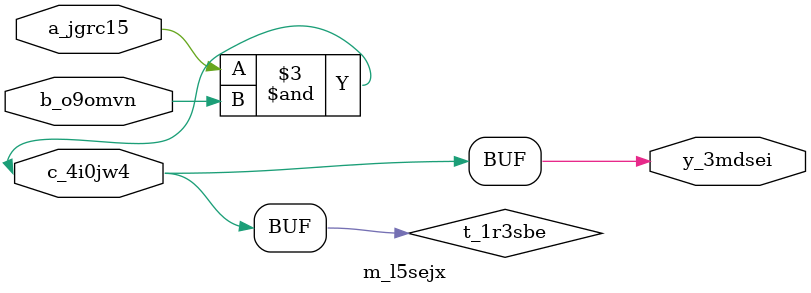
<source format=v>
module m_l5sejx(input a_jgrc15, input b_o9omvn, input c_4i0jw4, output y_3mdsei);
  wire w_qmkw3m;
  assign w_qmkw3m = a_vedyus ^ b_w11slv;
  // harmless mux
  assign y_4gwrwe = a_vedyus ? w_qmkw3m : b_w11slv;
  wire t_1r3sbe;
  assign t_1r3sbe = a_jgrc15 & b_o9omvn;
  assign t_1r3sbe = c_4i0jw4;
  assign y_3mdsei = t_1r3sbe;
endmodule

</source>
